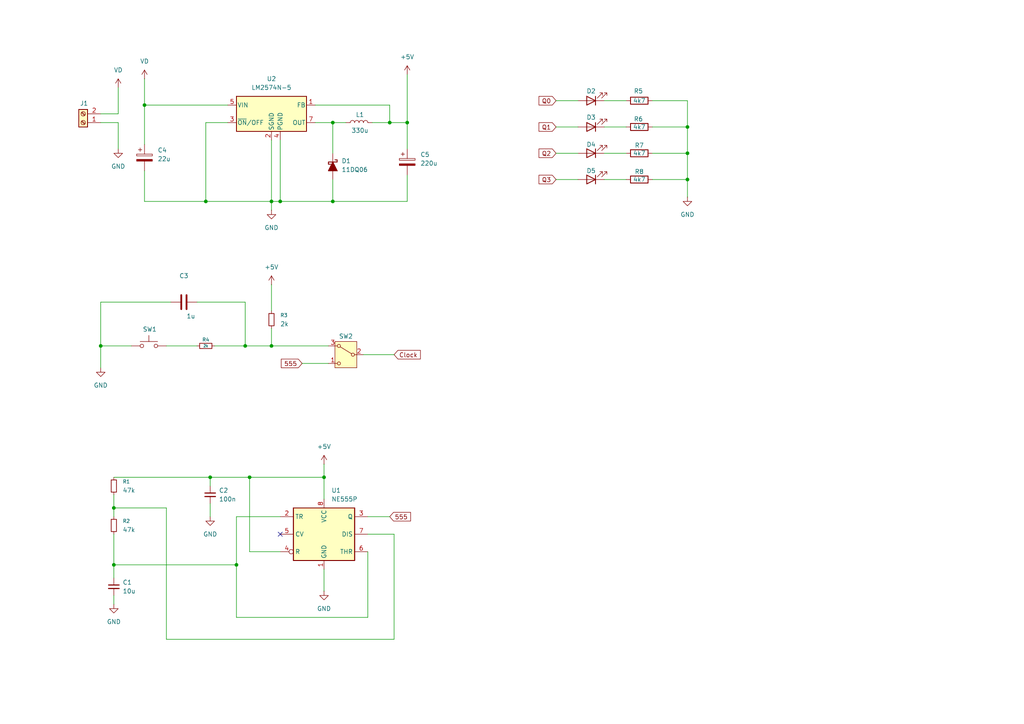
<source format=kicad_sch>
(kicad_sch (version 20250114) (generator "eeschema") (generator_version "9.0")
  (paper "A4")
  (lib_symbols
    (symbol "Connector:Screw_Terminal_01x02" (pin_names (offset 1.016) (hide yes))
      (property "Reference" "J" (at 0 2.54 0))
      (property "Value" "Screw_Terminal_01x02" (at 0 -5.08 0))
      (symbol "Screw_Terminal_01x02_1_1"
        (rectangle (start -1.27 1.27) (end 1.27 -3.81) (stroke (width 0.254)) (fill (type background)))
        (polyline (pts (xy -0.5334 0.3302) (xy 0.3302 -0.508)) (stroke (width 0.1524)))
        (polyline (pts (xy -0.5334 -2.2098) (xy 0.3302 -3.048)) (stroke (width 0.1524)))
        (polyline (pts (xy -0.3556 0.508) (xy 0.508 -0.3302)) (stroke (width 0.1524)))
        (polyline (pts (xy -0.3556 -2.032) (xy 0.508 -2.8702)) (stroke (width 0.1524)))
        (circle (center 0 0) (radius 0.635) (stroke (width 0.1524)))
        (circle (center 0 -2.54) (radius 0.635) (stroke (width 0.1524)))
        (pin passive line (at -5.08 0 0) (length 3.81) (name "Pin_1") (number "1"))
        (pin passive line (at -5.08 -2.54 0) (length 3.81) (name "Pin_2") (number "2"))
      )
    )
    (symbol "Device:C" (pin_numbers (hide yes)) (pin_names (offset 0.254))
      (property "Reference" "C" (at 0.635 2.54 0))
      (property "Value" "C" (at 0.635 -2.54 0))
      (symbol "C_0_1"
        (polyline (pts (xy -2.032 0.762) (xy 2.032 0.762)) (stroke (width 0.508)))
        (polyline (pts (xy -2.032 -0.762) (xy 2.032 -0.762)) (stroke (width 0.508)))
      )
      (symbol "C_1_1"
        (pin passive line (at 0 3.81 270) (length 2.794) (name "~") (number "1"))
        (pin passive line (at 0 -3.81 90) (length 2.794) (name "~") (number "2"))
      )
    )
    (symbol "Device:C_Polarized" (pin_numbers (hide yes)) (pin_names (offset 0.254))
      (property "Reference" "C" (at 0.635 2.54 0))
      (property "Value" "C_Polarized" (at 0.635 -2.54 0))
      (symbol "C_Polarized_0_1"
        (rectangle (start -2.286 0.508) (end 2.286 1.016))
        (polyline (pts (xy -1.778 2.286) (xy -0.762 2.286)))
        (polyline (pts (xy -1.27 2.794) (xy -1.27 1.778)))
        (rectangle (start 2.286 -0.508) (end -2.286 -1.016) (fill (type outline)))
      )
      (symbol "C_Polarized_1_1"
        (pin passive line (at 0 3.81 270) (length 2.794) (name "~") (number "1"))
        (pin passive line (at 0 -3.81 90) (length 2.794) (name "~") (number "2"))
      )
    )
    (symbol "Device:C_Small" (pin_numbers (hide yes)) (pin_names (offset 0.254) (hide yes))
      (property "Reference" "C" (at 0.254 1.778 0))
      (property "Value" "C_Small" (at 0.254 -2.032 0))
      (symbol "C_Small_0_1"
        (polyline (pts (xy -1.524 0.508) (xy 1.524 0.508)) (stroke (width 0.3048)))
        (polyline (pts (xy -1.524 -0.508) (xy 1.524 -0.508)) (stroke (width 0.3302)))
      )
      (symbol "C_Small_1_1"
        (pin passive line (at 0 2.54 270) (length 2.032) (name "~") (number "1"))
        (pin passive line (at 0 -2.54 90) (length 2.032) (name "~") (number "2"))
      )
    )
    (symbol "Device:D_Schottky_Filled" (pin_numbers (hide yes)) (pin_names (offset 1.016) (hide yes))
      (property "Reference" "D" (at 0 2.54 0))
      (property "Value" "D_Schottky_Filled" (at 0 -2.54 0))
      (symbol "D_Schottky_Filled_0_1"
        (polyline (pts (xy -1.905 0.635) (xy -1.905 1.27) (xy -1.27 1.27) (xy -1.27 -1.27) (xy -0.635 -1.27) (xy -0.635 -0.635)) (stroke (width 0.254)))
        (polyline (pts (xy 1.27 1.27) (xy 1.27 -1.27) (xy -1.27 0) (xy 1.27 1.27)) (stroke (width 0.254)) (fill (type outline)))
        (polyline (pts (xy 1.27 0) (xy -1.27 0)))
      )
      (symbol "D_Schottky_Filled_1_1"
        (pin passive line (at -3.81 0 0) (length 2.54) (name "K") (number "1"))
        (pin passive line (at 3.81 0 180) (length 2.54) (name "A") (number "2"))
      )
    )
    (symbol "Device:L" (pin_numbers (hide yes)) (pin_names (offset 1.016) (hide yes))
      (property "Reference" "L" (at -1.27 0 90))
      (property "Value" "L" (at 1.905 0 90))
      (symbol "L_0_1"
        (arc (start 0 2.54) (mid 0.6323 1.905) (end 0 1.27))
        (arc (start 0 1.27) (mid 0.6323 0.635) (end 0 0))
        (arc (start 0 0) (mid 0.6323 -0.635) (end 0 -1.27))
        (arc (start 0 -1.27) (mid 0.6323 -1.905) (end 0 -2.54))
      )
      (symbol "L_1_1"
        (pin passive line (at 0 3.81 270) (length 1.27) (name "1") (number "1"))
        (pin passive line (at 0 -3.81 90) (length 1.27) (name "2") (number "2"))
      )
    )
    (symbol "Device:LED" (pin_numbers (hide yes)) (pin_names (offset 1.016) (hide yes))
      (property "Reference" "D" (at 0 2.54 0))
      (property "Value" "LED" (at 0 -2.54 0))
      (symbol "LED_0_1"
        (polyline (pts (xy -3.048 -0.762) (xy -4.572 -2.286) (xy -3.81 -2.286) (xy -4.572 -2.286) (xy -4.572 -1.524)))
        (polyline (pts (xy -1.778 -0.762) (xy -3.302 -2.286) (xy -2.54 -2.286) (xy -3.302 -2.286) (xy -3.302 -1.524)))
        (polyline (pts (xy -1.27 0) (xy 1.27 0)))
        (polyline (pts (xy -1.27 -1.27) (xy -1.27 1.27)) (stroke (width 0.254)))
        (polyline (pts (xy 1.27 -1.27) (xy 1.27 1.27) (xy -1.27 0) (xy 1.27 -1.27)) (stroke (width 0.254)))
      )
      (symbol "LED_1_1"
        (pin passive line (at -3.81 0 0) (length 2.54) (name "K") (number "1"))
        (pin passive line (at 3.81 0 180) (length 2.54) (name "A") (number "2"))
      )
    )
    (symbol "Device:R" (pin_numbers (hide yes)) (pin_names (offset 0))
      (property "Reference" "R" (at 2.032 0 90))
      (property "Value" "R" (at 0 0 90))
      (symbol "R_0_1"
        (rectangle (start -1.016 -2.54) (end 1.016 2.54) (stroke (width 0.254)))
      )
      (symbol "R_1_1"
        (pin passive line (at 0 3.81 270) (length 1.27) (name "~") (number "1"))
        (pin passive line (at 0 -3.81 90) (length 1.27) (name "~") (number "2"))
      )
    )
    (symbol "Device:R_Small" (pin_numbers (hide yes)) (pin_names (offset 0.254) (hide yes))
      (property "Reference" "R" (at 0 0 90))
      (property "Value" "R_Small" (at 1.778 0 90))
      (symbol "R_Small_0_1"
        (rectangle (start -0.762 1.778) (end 0.762 -1.778) (stroke (width 0.2032)))
      )
      (symbol "R_Small_1_1"
        (pin passive line (at 0 2.54 270) (length 0.762) (name "~") (number "1"))
        (pin passive line (at 0 -2.54 90) (length 0.762) (name "~") (number "2"))
      )
    )
    (symbol "Regulator_Switching:LM2574N-5" (pin_names (offset 0.254))
      (property "Reference" "U" (at -10.16 6.35 0))
      (property "Value" "LM2574N-5" (at 0 6.35 0))
      (symbol "LM2574N-5_0_1"
        (rectangle (start -10.16 5.08) (end 10.16 -5.08) (stroke (width 0.254)) (fill (type background)))
      )
      (symbol "LM2574N-5_1_1"
        (pin power_in line (at -12.7 2.54 0) (length 2.54) (name "VIN") (number "5"))
        (pin input line (at -12.7 -2.54 0) (length 2.54) (name "~{ON}/OFF") (number "3"))
        (pin no_connect line (at -10.16 0 0) (length 2.54) (hide yes) (name "NC") (number "6"))
        (pin power_in line (at 0 -7.62 90) (length 2.54) (name "SGND") (number "2"))
        (pin power_in line (at 2.54 -7.62 90) (length 2.54) (name "PGND") (number "4"))
        (pin no_connect line (at 10.16 0 180) (length 2.54) (hide yes) (name "NC") (number "8"))
        (pin input line (at 12.7 2.54 180) (length 2.54) (name "FB") (number "1"))
        (pin output line (at 12.7 -2.54 180) (length 2.54) (name "OUT") (number "7"))
      )
    )
    (symbol "Switch:SW_MEC_5G" (pin_numbers (hide yes)) (pin_names (offset 1.016) (hide yes))
      (property "Reference" "SW" (at 1.27 2.54 0))
      (property "Value" "SW_MEC_5G" (at 0 -1.524 0))
      (symbol "SW_MEC_5G_0_1"
        (circle (center -2.032 0) (radius 0.508))
        (polyline (pts (xy 0 1.27) (xy 0 3.048)))
        (circle (center 2.032 0) (radius 0.508))
        (polyline (pts (xy 2.54 1.27) (xy -2.54 1.27)))
        (pin passive line (at -5.08 0 0) (length 2.54) (name "A") (number "1"))
        (pin passive line (at 5.08 0 180) (length 2.54) (name "B") (number "3"))
      )
      (symbol "SW_MEC_5G_1_1"
        (pin passive line (at -5.08 0 0) (length 2.54) (hide yes) (name "A") (number "2"))
        (pin passive line (at 5.08 0 180) (length 2.54) (hide yes) (name "B") (number "4"))
      )
    )
    (symbol "Switch:SW_Nidec_CAS-120A1" (pin_names (offset 1) (hide yes))
      (property "Reference" "SW" (at 0 4.318 0))
      (property "Value" "SW_Nidec_CAS-120A1" (at 0 -5.08 0))
      (symbol "SW_Nidec_CAS-120A1_0_1"
        (circle (center -2.032 0) (radius 0.4572))
        (polyline (pts (xy -1.651 0.254) (xy 1.651 2.286)))
        (circle (center 2.032 2.54) (radius 0.4572))
        (circle (center 2.032 -2.54) (radius 0.4572))
      )
      (symbol "SW_Nidec_CAS-120A1_1_1"
        (rectangle (start -3.175 3.81) (end 3.175 -3.81) (fill (type background)))
        (pin passive line (at -5.08 0 0) (length 2.54) (name "B") (number "2"))
        (pin passive line (at 5.08 2.54 180) (length 2.54) (name "A") (number "3"))
        (pin passive line (at 5.08 -2.54 180) (length 2.54) (name "C") (number "1"))
      )
    )
    (symbol "Timer:NE555P"
      (property "Reference" "U" (at -10.16 8.89 0))
      (property "Value" "NE555P" (at 2.54 8.89 0))
      (symbol "NE555P_0_0"
        (pin power_in line (at 0 10.16 270) (length 2.54) (name "VCC") (number "8"))
        (pin power_in line (at 0 -10.16 90) (length 2.54) (name "GND") (number "1"))
      )
      (symbol "NE555P_0_1"
        (rectangle (start -8.89 -7.62) (end 8.89 7.62) (stroke (width 0.254)) (fill (type background)))
        (rectangle (start -8.89 -7.62) (end 8.89 7.62) (stroke (width 0.254)) (fill (type background)))
      )
      (symbol "NE555P_1_1"
        (pin input line (at -12.7 5.08 0) (length 3.81) (name "TR") (number "2"))
        (pin input line (at -12.7 0 0) (length 3.81) (name "CV") (number "5"))
        (pin input inverted (at -12.7 -5.08 0) (length 3.81) (name "R") (number "4"))
        (pin output line (at 12.7 5.08 180) (length 3.81) (name "Q") (number "3"))
        (pin input line (at 12.7 0 180) (length 3.81) (name "DIS") (number "7"))
        (pin input line (at 12.7 -5.08 180) (length 3.81) (name "THR") (number "6"))
      )
    )
    (symbol "power:+5V" (power) (pin_numbers (hide yes)) (pin_names (offset 0) (hide yes))
      (property "Value" "+5V" (at 0 3.556 0))
      (symbol "+5V_0_1"
        (polyline (pts (xy -0.762 1.27) (xy 0 2.54)))
        (polyline (pts (xy 0 2.54) (xy 0.762 1.27)))
        (polyline (pts (xy 0 0) (xy 0 2.54)))
      )
      (symbol "+5V_1_1"
        (pin power_in line (at 0 0 90) (length 0) (name "~") (number "1"))
      )
    )
    (symbol "power:GND" (power) (pin_numbers (hide yes)) (pin_names (offset 0) (hide yes))
      (property "Value" "GND" (at 0 -3.81 0))
      (symbol "GND_0_1"
        (polyline (pts (xy 0 0) (xy 0 -1.27) (xy 1.27 -1.27) (xy 0 -2.54) (xy -1.27 -1.27) (xy 0 -1.27)))
      )
      (symbol "GND_1_1"
        (pin power_in line (at 0 0 270) (length 0) (name "~") (number "1"))
      )
    )
    (symbol "power:VD" (power) (pin_numbers (hide yes)) (pin_names (offset 0) (hide yes))
      (property "Value" "VD" (at 0 3.556 0))
      (symbol "VD_0_1"
        (polyline (pts (xy -0.762 1.27) (xy 0 2.54)))
        (polyline (pts (xy 0 2.54) (xy 0.762 1.27)))
        (polyline (pts (xy 0 0) (xy 0 2.54)))
      )
      (symbol "VD_1_1"
        (pin power_in line (at 0 0 90) (length 0) (name "~") (number "1"))
      )
    )
  )
  (junction (at 68.58 163.83))
  (junction (at 96.52 35.56))
  (junction (at 72.39 138.43))
  (junction (at 78.74 58.42))
  (junction (at 96.52 58.42))
  (junction (at 199.39 52.07))
  (junction (at 41.91 30.48))
  (junction (at 59.69 58.42))
  (junction (at 118.11 35.56))
  (junction (at 199.39 36.83))
  (junction (at 33.02 147.32))
  (junction (at 199.39 44.45))
  (junction (at 113.03 35.56))
  (junction (at 60.96 138.43))
  (junction (at 93.98 138.43))
  (junction (at 71.12 100.33))
  (junction (at 78.74 100.33))
  (junction (at 29.21 100.33))
  (junction (at 33.02 163.83))
  (junction (at 81.28 58.42))
  (no_connect (at 81.28 154.94))
  (wire (pts (xy 106.68 160.02) (xy 106.68 179.07)))
  (wire (pts (xy 33.02 143.51) (xy 33.02 147.32)))
  (wire (pts (xy 29.21 33.02) (xy 34.29 33.02)))
  (wire (pts (xy 93.98 138.43) (xy 93.98 144.78)))
  (wire (pts (xy 78.74 40.64) (xy 78.74 58.42)))
  (wire (pts (xy 175.26 29.21) (xy 181.61 29.21)))
  (wire (pts (xy 118.11 35.56) (xy 118.11 43.18)))
  (wire (pts (xy 48.26 100.33) (xy 57.15 100.33)))
  (wire (pts (xy 114.3 185.42) (xy 114.3 154.94)))
  (wire (pts (xy 199.39 36.83) (xy 199.39 44.45)))
  (wire (pts (xy 189.23 52.07) (xy 199.39 52.07)))
  (wire (pts (xy 91.44 30.48) (xy 113.03 30.48)))
  (wire (pts (xy 33.02 167.64) (xy 33.02 163.83)))
  (wire (pts (xy 96.52 35.56) (xy 96.52 44.45)))
  (wire (pts (xy 33.02 147.32) (xy 33.02 149.86)))
  (wire (pts (xy 66.04 35.56) (xy 59.69 35.56)))
  (wire (pts (xy 199.39 29.21) (xy 199.39 36.83)))
  (wire (pts (xy 161.29 44.45) (xy 167.64 44.45)))
  (wire (pts (xy 175.26 44.45) (xy 181.61 44.45)))
  (wire (pts (xy 81.28 58.42) (xy 96.52 58.42)))
  (wire (pts (xy 48.26 147.32) (xy 48.26 185.42)))
  (wire (pts (xy 78.74 58.42) (xy 81.28 58.42)))
  (wire (pts (xy 78.74 82.55) (xy 78.74 90.17)))
  (wire (pts (xy 118.11 21.59) (xy 118.11 35.56)))
  (wire (pts (xy 107.95 35.56) (xy 113.03 35.56)))
  (wire (pts (xy 71.12 100.33) (xy 62.23 100.33)))
  (wire (pts (xy 161.29 52.07) (xy 167.64 52.07)))
  (wire (pts (xy 34.29 35.56) (xy 34.29 43.18)))
  (wire (pts (xy 33.02 154.94) (xy 33.02 163.83)))
  (wire (pts (xy 93.98 134.62) (xy 93.98 138.43)))
  (wire (pts (xy 29.21 100.33) (xy 29.21 106.68)))
  (wire (pts (xy 60.96 138.43) (xy 33.02 138.43)))
  (wire (pts (xy 114.3 154.94) (xy 106.68 154.94)))
  (wire (pts (xy 59.69 58.42) (xy 78.74 58.42)))
  (wire (pts (xy 81.28 40.64) (xy 81.28 58.42)))
  (wire (pts (xy 113.03 35.56) (xy 118.11 35.56)))
  (wire (pts (xy 175.26 52.07) (xy 181.61 52.07)))
  (wire (pts (xy 91.44 35.56) (xy 96.52 35.56)))
  (wire (pts (xy 93.98 165.1) (xy 93.98 171.45)))
  (wire (pts (xy 189.23 44.45) (xy 199.39 44.45)))
  (wire (pts (xy 29.21 35.56) (xy 34.29 35.56)))
  (wire (pts (xy 33.02 172.72) (xy 33.02 175.26)))
  (wire (pts (xy 41.91 30.48) (xy 41.91 41.91)))
  (wire (pts (xy 49.53 87.63) (xy 29.21 87.63)))
  (wire (pts (xy 96.52 58.42) (xy 118.11 58.42)))
  (wire (pts (xy 189.23 36.83) (xy 199.39 36.83)))
  (wire (pts (xy 118.11 50.8) (xy 118.11 58.42)))
  (wire (pts (xy 96.52 52.07) (xy 96.52 58.42)))
  (wire (pts (xy 105.41 102.87) (xy 114.3 102.87)))
  (wire (pts (xy 96.52 35.56) (xy 100.33 35.56)))
  (wire (pts (xy 161.29 29.21) (xy 167.64 29.21)))
  (wire (pts (xy 29.21 87.63) (xy 29.21 100.33)))
  (wire (pts (xy 48.26 185.42) (xy 114.3 185.42)))
  (wire (pts (xy 175.26 36.83) (xy 181.61 36.83)))
  (wire (pts (xy 78.74 100.33) (xy 71.12 100.33)))
  (wire (pts (xy 78.74 58.42) (xy 78.74 60.96)))
  (wire (pts (xy 199.39 44.45) (xy 199.39 52.07)))
  (wire (pts (xy 41.91 58.42) (xy 59.69 58.42)))
  (wire (pts (xy 41.91 22.86) (xy 41.91 30.48)))
  (wire (pts (xy 68.58 149.86) (xy 68.58 163.83)))
  (wire (pts (xy 60.96 146.05) (xy 60.96 149.86)))
  (wire (pts (xy 59.69 35.56) (xy 59.69 58.42)))
  (wire (pts (xy 106.68 179.07) (xy 68.58 179.07)))
  (wire (pts (xy 72.39 160.02) (xy 72.39 138.43)))
  (wire (pts (xy 106.68 149.86) (xy 113.03 149.86)))
  (wire (pts (xy 68.58 179.07) (xy 68.58 163.83)))
  (wire (pts (xy 41.91 30.48) (xy 66.04 30.48)))
  (wire (pts (xy 81.28 149.86) (xy 68.58 149.86)))
  (wire (pts (xy 113.03 30.48) (xy 113.03 35.56)))
  (wire (pts (xy 71.12 87.63) (xy 71.12 100.33)))
  (wire (pts (xy 78.74 100.33) (xy 95.25 100.33)))
  (wire (pts (xy 81.28 160.02) (xy 72.39 160.02)))
  (wire (pts (xy 161.29 36.83) (xy 167.64 36.83)))
  (wire (pts (xy 199.39 52.07) (xy 199.39 57.15)))
  (wire (pts (xy 78.74 95.25) (xy 78.74 100.33)))
  (wire (pts (xy 60.96 138.43) (xy 72.39 138.43)))
  (wire (pts (xy 33.02 147.32) (xy 48.26 147.32)))
  (wire (pts (xy 189.23 29.21) (xy 199.39 29.21)))
  (wire (pts (xy 34.29 33.02) (xy 34.29 25.4)))
  (wire (pts (xy 29.21 100.33) (xy 38.1 100.33)))
  (wire (pts (xy 87.63 105.41) (xy 95.25 105.41)))
  (wire (pts (xy 41.91 49.53) (xy 41.91 58.42)))
  (wire (pts (xy 57.15 87.63) (xy 71.12 87.63)))
  (wire (pts (xy 72.39 138.43) (xy 93.98 138.43)))
  (wire (pts (xy 60.96 140.97) (xy 60.96 138.43)))
  (wire (pts (xy 68.58 163.83) (xy 33.02 163.83)))
  (global_label "Q3" (shape input) (at 161.29 52.07 180) (property "Intersheetrefs" "${INTERSHEET_REFS}" (effects (hide yes))))
  (global_label "555" (shape input) (at 87.63 105.41 180) (property "Intersheetrefs" "${INTERSHEET_REFS}" (effects (hide yes))))
  (global_label "Q0" (shape input) (at 161.29 29.21 180) (property "Intersheetrefs" "${INTERSHEET_REFS}" (effects (hide yes))))
  (global_label "Q1" (shape input) (at 161.29 36.83 180) (property "Intersheetrefs" "${INTERSHEET_REFS}" (effects (hide yes))))
  (global_label "Clock" (shape input) (at 114.3 102.87 0) (property "Intersheetrefs" "${INTERSHEET_REFS}" (effects (hide yes))))
  (global_label "555" (shape input) (at 113.03 149.86 0) (property "Intersheetrefs" "${INTERSHEET_REFS}" (effects (hide yes))))
  (global_label "Q2" (shape input) (at 161.29 44.45 180) (property "Intersheetrefs" "${INTERSHEET_REFS}" (effects (hide yes))))
  (symbol (lib_id "Device:R_Small") (at 78.74 92.71 0) (unit 1)
    (property "Reference" "R3" (at 81.28 91.4399 0) (effects (font (size 1.016 1.016)) (justify left)))
    (property "Value" "2k" (at 81.28 93.9799 0) (effects (justify left)))
    (property "Description" "Resistor, small symbol" (effects (hide yes)))
  )
  (symbol (lib_id "power:+5V") (at 93.98 134.62 0) (unit 1)
    (property "Reference" "#PWR04" (effects (hide yes)))
    (property "Value" "+5V" (at 93.98 129.54 0))
    (property "Description" "Power symbol creates a global label with name \"+5V\"" (effects (hide yes)))
  )
  (symbol (lib_id "Device:R_Small") (at 59.69 100.33 90) (unit 1)
    (property "Reference" "R4" (at 59.69 98.552 90) (effects (font (size 1.016 1.016))))
    (property "Value" "2k" (at 59.69 100.33 90) (effects (font (size 0.762 0.762))))
    (property "Description" "Resistor, small symbol" (effects (hide yes)))
  )
  (symbol (lib_id "Device:R") (at 185.42 52.07 90) (unit 1)
    (property "Reference" "R8" (at 185.42 49.784 90))
    (property "Value" "4k7" (at 185.42 52.07 90))
    (property "Description" "Resistor" (effects (hide yes)))
  )
  (symbol (lib_id "power:GND") (at 34.29 43.18 0) (unit 1)
    (property "Reference" "#PWR07" (effects (hide yes)))
    (property "Value" "GND" (at 34.29 48.26 0))
    (property "Description" "Power symbol creates a global label with name \"GND\" , ground" (effects (hide yes)))
  )
  (symbol (lib_id "Device:R") (at 185.42 29.21 90) (unit 1)
    (property "Reference" "R5" (at 185.166 26.416 90))
    (property "Value" "4k7" (at 185.42 29.21 90))
    (property "Description" "Resistor" (effects (hide yes)))
  )
  (symbol (lib_id "power:+5V") (at 78.74 82.55 0) (unit 1)
    (property "Reference" "#PWR06" (effects (hide yes)))
    (property "Value" "+5V" (at 78.74 77.47 0))
    (property "Description" "Power symbol creates a global label with name \"+5V\"" (effects (hide yes)))
  )
  (symbol (lib_id "Device:LED") (at 171.45 36.83 180) (unit 1)
    (property "Reference" "D3" (at 171.45 34.036 0))
    (property "Value" "LED" (effects (hide yes)))
    (property "Description" "Light emitting diode" (effects (hide yes)))
    (property "Sim.Pins" "1=K 2=A" (effects (hide yes)))
  )
  (symbol (lib_id "power:VD") (at 34.29 25.4 0) (unit 1)
    (property "Reference" "#PWR09" (effects (hide yes)))
    (property "Value" "VD" (at 34.29 20.32 0))
    (property "Description" "Power symbol creates a global label with name \"VD\"" (effects (hide yes)))
  )
  (symbol (lib_id "Device:LED") (at 171.45 52.07 180) (unit 1)
    (property "Reference" "D5" (at 171.45 49.53 0))
    (property "Value" "LED" (effects (hide yes)))
    (property "Description" "Light emitting diode" (effects (hide yes)))
    (property "Sim.Pins" "1=K 2=A" (effects (hide yes)))
  )
  (symbol (lib_id "power:GND") (at 93.98 171.45 0) (unit 1)
    (property "Reference" "#PWR02" (effects (hide yes)))
    (property "Value" "GND" (at 93.98 176.53 0))
    (property "Description" "Power symbol creates a global label with name \"GND\" , ground" (effects (hide yes)))
  )
  (symbol (lib_id "Device:C_Polarized") (at 118.11 46.99 0) (unit 1)
    (property "Reference" "C5" (at 121.92 44.8309 0) (effects (justify left)))
    (property "Value" "220u" (at 121.92 47.3709 0) (effects (justify left)))
    (property "Description" "Polarized capacitor" (effects (hide yes)))
  )
  (symbol (lib_id "Device:C_Small") (at 33.02 170.18 0) (unit 1)
    (property "Reference" "C1" (at 35.56 168.9162 0) (effects (justify left)))
    (property "Value" "10u" (at 35.56 171.4562 0) (effects (justify left)))
    (property "Description" "Unpolarized capacitor, small symbol" (effects (hide yes)))
  )
  (symbol (lib_id "Device:LED") (at 171.45 29.21 180) (unit 1)
    (property "Reference" "D2" (at 171.45 26.416 0))
    (property "Description" "Light emitting diode" (effects (hide yes)))
    (property "Sim.Pins" "1=K 2=A" (effects (hide yes)))
  )
  (symbol (lib_id "power:VD") (at 41.91 22.86 0) (unit 1)
    (property "Reference" "#PWR08" (effects (hide yes)))
    (property "Value" "VD" (at 41.91 17.78 0))
    (property "Description" "Power symbol creates a global label with name \"VD\"" (effects (hide yes)))
  )
  (symbol (lib_id "Device:C") (at 53.34 87.63 90) (unit 1)
    (property "Reference" "C3" (at 53.34 80.01 90))
    (property "Value" "1u" (at 55.372 91.694 90))
    (property "Description" "Unpolarized capacitor" (effects (hide yes)))
  )
  (symbol (lib_id "Device:C_Small") (at 60.96 143.51 0) (unit 1)
    (property "Reference" "C2" (at 63.5 142.2462 0) (effects (justify left)))
    (property "Value" "100n" (at 63.5 144.7862 0) (effects (justify left)))
    (property "Description" "Unpolarized capacitor, small symbol" (effects (hide yes)))
  )
  (symbol (lib_id "Device:R_Small") (at 33.02 140.97 0) (unit 1)
    (property "Reference" "R1" (at 35.56 139.6999 0) (effects (font (size 1.016 1.016)) (justify left)))
    (property "Value" "47k" (at 35.56 142.2399 0) (effects (justify left)))
    (property "Description" "Resistor, small symbol" (effects (hide yes)))
  )
  (symbol (lib_id "power:GND") (at 29.21 106.68 0) (unit 1)
    (property "Reference" "#PWR05" (effects (hide yes)))
    (property "Value" "GND" (at 29.21 111.76 0))
    (property "Description" "Power symbol creates a global label with name \"GND\" , ground" (effects (hide yes)))
  )
  (symbol (lib_id "Device:LED") (at 171.45 44.45 180) (unit 1)
    (property "Reference" "D4" (at 171.45 41.91 0))
    (property "Value" "LED" (effects (hide yes)))
    (property "Description" "Light emitting diode" (effects (hide yes)))
    (property "Sim.Pins" "1=K 2=A" (effects (hide yes)))
  )
  (symbol (lib_id "Switch:SW_MEC_5G") (at 43.18 100.33 0) (unit 1)
    (property "Reference" "SW1" (at 43.434 95.504 0))
    (property "Datasheet" "http://www.apem.com/int/index.php?controller=attachment&id_attachment=488" (effects (hide yes)))
    (property "Description" "MEC 5G single pole normally-open tactile switch" (effects (hide yes)))
  )
  (symbol (lib_id "power:GND") (at 60.96 149.86 0) (unit 1)
    (property "Reference" "#PWR03" (effects (hide yes)))
    (property "Value" "GND" (at 60.96 154.94 0))
    (property "Description" "Power symbol creates a global label with name \"GND\" , ground" (effects (hide yes)))
  )
  (symbol (lib_id "Device:R") (at 185.42 36.83 270) (unit 1)
    (property "Reference" "R6" (at 185.166 34.544 90))
    (property "Value" "4k7" (at 185.42 36.83 90))
    (property "Description" "Resistor" (effects (hide yes)))
  )
  (symbol (lib_id "Connector:Screw_Terminal_01x02") (at 24.13 35.56 180) (unit 1)
    (property "Reference" "J1" (at 24.384 29.972 0))
    (property "Description" "Generic screw terminal, single row, 01x02, script generated (kicad-library-utils/schlib/autogen/connector/)" (effects (hide yes)))
  )
  (symbol (lib_id "Regulator_Switching:LM2574N-5") (at 78.74 33.02 0) (unit 1)
    (property "Reference" "U2" (at 78.74 22.86 0))
    (property "Value" "LM2574N-5" (at 78.74 25.4 0))
    (property "Footprint" "Package_DIP:DIP-8_W7.62mm" (effects (hide yes)))
    (property "Datasheet" "http://www.national.com/ds/LM/LM2574.pdf" (effects (hide yes)))
    (property "Description" "5V, 0.5A SIMPLE SWITCHER® Step-Down Voltage Regulator, DIP-8" (effects (hide yes)))
  )
  (symbol (lib_id "Switch:SW_Nidec_CAS-120A1") (at 100.33 102.87 0) (mirror y) (unit 1)
    (property "Reference" "SW2" (at 100.33 97.536 0))
    (property "Footprint" "Button_Switch_SMD:Nidec_Copal_CAS-120A" (effects (hide yes)))
    (property "Datasheet" "https://www.nidec-components.com/e/catalog/switch/cas.pdf" (effects (hide yes)))
    (property "Description" "Switch, single pole double throw" (effects (hide yes)))
  )
  (symbol (lib_id "Device:L") (at 104.14 35.56 90) (unit 1)
    (property "Reference" "L1" (at 104.394 33.274 90))
    (property "Value" "330u" (at 104.394 37.846 90))
    (property "Description" "Inductor" (effects (hide yes)))
  )
  (symbol (lib_id "power:GND") (at 33.02 175.26 0) (unit 1)
    (property "Reference" "#PWR01" (effects (hide yes)))
    (property "Value" "GND" (at 33.02 180.34 0))
    (property "Description" "Power symbol creates a global label with name \"GND\" , ground" (effects (hide yes)))
  )
  (symbol (lib_id "power:GND") (at 199.39 57.15 0) (unit 1)
    (property "Reference" "#PWR012" (effects (hide yes)))
    (property "Value" "GND" (at 199.39 62.23 0))
    (property "Description" "Power symbol creates a global label with name \"GND\" , ground" (effects (hide yes)))
  )
  (symbol (lib_id "Device:D_Schottky_Filled") (at 96.52 48.26 270) (unit 1)
    (property "Reference" "D1" (at 99.06 46.6724 90) (effects (justify left)))
    (property "Value" "11DQ06" (at 99.06 49.2124 90) (effects (justify left)))
    (property "Description" "Schottky diode, filled shape" (effects (hide yes)))
  )
  (symbol (lib_id "power:GND") (at 78.74 60.96 0) (unit 1)
    (property "Reference" "#PWR011" (effects (hide yes)))
    (property "Value" "GND" (at 78.74 66.04 0))
    (property "Description" "Power symbol creates a global label with name \"GND\" , ground" (effects (hide yes)))
  )
  (symbol (lib_id "Timer:NE555P") (at 93.98 154.94 0) (unit 1)
    (property "Reference" "U1" (at 96.1233 142.24 0) (effects (justify left)))
    (property "Value" "NE555P" (at 96.1233 144.78 0) (effects (justify left)))
    (property "Footprint" "Package_DIP:DIP-8_W7.62mm" (effects (hide yes)))
    (property "Datasheet" "http://www.ti.com/lit/ds/symlink/ne555.pdf" (effects (hide yes)))
    (property "Description" "Precision Timers, 555 compatible,  PDIP-8" (effects (hide yes)))
  )
  (symbol (lib_id "Device:R_Small") (at 33.02 152.4 0) (unit 1)
    (property "Reference" "R2" (at 35.56 151.1299 0) (effects (font (size 1.016 1.016)) (justify left)))
    (property "Value" "47k" (at 35.56 153.6699 0) (effects (justify left)))
    (property "Description" "Resistor, small symbol" (effects (hide yes)))
  )
  (symbol (lib_id "Device:R") (at 185.42 44.45 90) (unit 1)
    (property "Reference" "R7" (at 185.42 42.164 90))
    (property "Value" "4k7" (at 185.42 44.45 90))
    (property "Description" "Resistor" (effects (hide yes)))
  )
  (symbol (lib_id "power:+5V") (at 118.11 21.59 0) (unit 1)
    (property "Reference" "#PWR010" (effects (hide yes)))
    (property "Value" "+5V" (at 118.11 16.51 0))
    (property "Description" "Power symbol creates a global label with name \"+5V\"" (effects (hide yes)))
  )
  (symbol (lib_id "Device:C_Polarized") (at 41.91 45.72 0) (unit 1)
    (property "Reference" "C4" (at 45.72 43.5609 0) (effects (justify left)))
    (property "Value" "22u" (at 45.72 46.1009 0) (effects (justify left)))
    (property "Description" "Polarized capacitor" (effects (hide yes)))
  )
)
</source>
